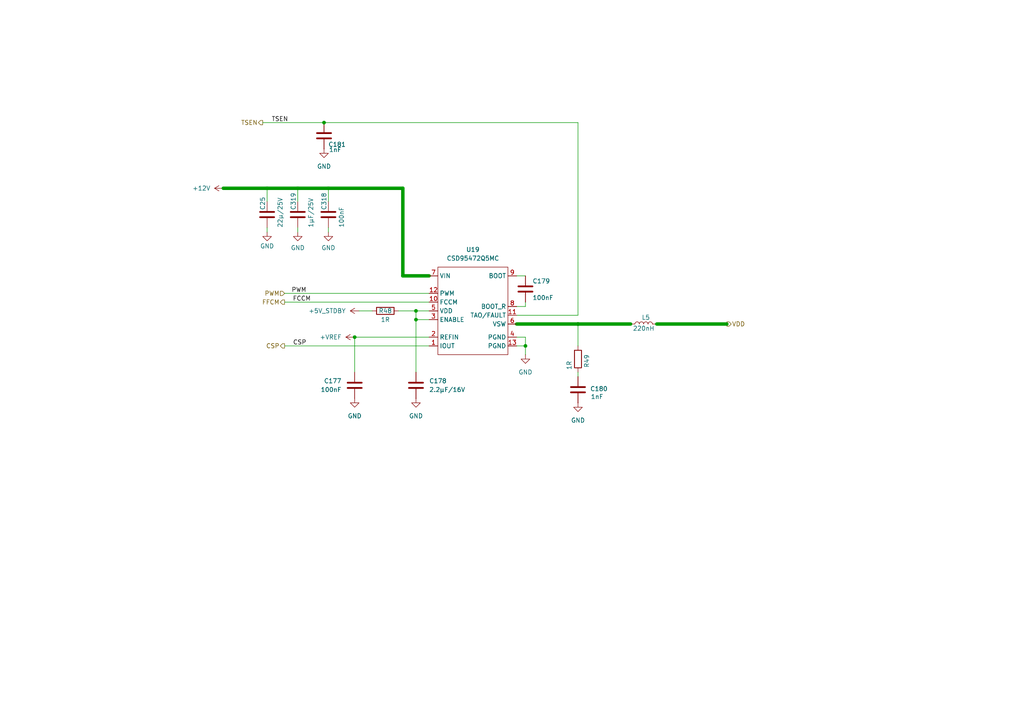
<source format=kicad_sch>
(kicad_sch (version 20231120) (generator "eeschema") (generator_version "8.0")
  (paper "A4")
  (lib_symbols
    (symbol "+12V_1" (power) (pin_numbers hide) (pin_names (offset 0) hide)
      (property "Value" "+12V" (at 0 3.556 0))
      (symbol "+12V_1_0_1"
        (polyline (pts (xy -0.762 1.27) (xy 0 2.54)))
        (polyline (pts (xy 0 0) (xy 0 2.54)))
        (polyline (pts (xy 0 2.54) (xy 0.762 1.27)))
      )
      (symbol "+12V_1_1_1"
        (pin power_in line (at 0 0 90) (length 0) (name "~") (number "1"))
      )
    )
    (symbol "Device:C" (pin_numbers hide) (pin_names (offset 0.254))
      (property "Reference" "C" (at 0.635 2.54 0))
      (property "Value" "C" (at 0.635 -2.54 0))
      (symbol "C_0_1"
        (polyline (pts (xy -2.032 -0.762) (xy 2.032 -0.762)) (stroke (width 0.508)))
        (polyline (pts (xy -2.032 0.762) (xy 2.032 0.762)) (stroke (width 0.508)))
      )
      (symbol "C_1_1"
        (pin passive line (at 0 3.81 270) (length 2.794) (name "~") (number "1"))
        (pin passive line (at 0 -3.81 90) (length 2.794) (name "~") (number "2"))
      )
    )
    (symbol "Device:L" (pin_numbers hide) (pin_names (offset 1.016) hide)
      (property "Reference" "L" (at -1.27 0 90))
      (property "Value" "L" (at 1.905 0 90))
      (symbol "L_0_1"
        (arc (start 0 -2.54) (mid 0.6323 -1.905) (end 0 -1.27))
        (arc (start 0 -1.27) (mid 0.6323 -0.635) (end 0 0))
        (arc (start 0 0) (mid 0.6323 0.635) (end 0 1.27))
        (arc (start 0 1.27) (mid 0.6323 1.905) (end 0 2.54))
      )
      (symbol "L_1_1"
        (pin passive line (at 0 3.81 270) (length 1.27) (name "1") (number "1"))
        (pin passive line (at 0 -3.81 90) (length 1.27) (name "2") (number "2"))
      )
    )
    (symbol "Device:R" (pin_numbers hide) (pin_names (offset 0))
      (property "Reference" "R" (at 2.032 0 90))
      (property "Value" "R" (at 0 0 90))
      (symbol "R_0_1"
        (rectangle (start -1.016 -2.54) (end 1.016 2.54) (stroke (width 0.254)))
      )
      (symbol "R_1_1"
        (pin passive line (at 0 3.81 270) (length 1.27) (name "~") (number "1"))
        (pin passive line (at 0 -3.81 90) (length 1.27) (name "~") (number "2"))
      )
    )
    (symbol "GND_2" (power) (pin_numbers hide) (pin_names (offset 0) hide)
      (property "Value" "GND" (at 0 -3.81 0))
      (symbol "GND_2_0_1"
        (polyline (pts (xy 0 0) (xy 0 -1.27) (xy 1.27 -1.27) (xy 0 -2.54) (xy -1.27 -1.27) (xy 0 -1.27)))
      )
      (symbol "GND_2_1_1"
        (pin power_in line (at 0 0 270) (length 0) (name "~") (number "1"))
      )
    )
    (symbol "mylib7:+VRef" (power) (pin_names (offset 0))
      (property "Value" "+VRef" (at 0 3.556 0))
      (symbol "+VRef_0_1"
        (polyline (pts (xy -0.762 1.27) (xy 0 2.54)))
        (polyline (pts (xy 0 0) (xy 0 2.54)))
        (polyline (pts (xy 0 2.54) (xy 0.762 1.27)))
      )
      (symbol "+VRef_1_1"
        (pin power_in line (at 0 0 90) (length 0) hide (name "+VRef") (number "1"))
      )
    )
    (symbol "mylib7:CSD95472Q5MC"
      (property "Reference" "U" (at -7.366 13.716 0))
      (property "Value" "CSD95472Q5MC" (at -1.524 -13.97 0))
      (symbol "CSD95472Q5MC_0_1"
        (rectangle (start -10.16 12.7) (end 10.16 -12.7))
      )
      (symbol "CSD95472Q5MC_1_1"
        (pin output line (at -12.7 -10.16 0) (length 2.54) (name "IOUT") (number "1"))
        (pin input line (at -12.7 2.54 0) (length 2.54) (name "FCCM") (number "10"))
        (pin passive line (at 12.7 -1.27 180) (length 2.54) (name "TAO/FAULT") (number "11"))
        (pin input line (at -12.7 5.08 0) (length 2.54) (name "PWM") (number "12"))
        (pin passive line (at 12.7 -10.16 180) (length 2.54) (name "PGND") (number "13"))
        (pin input line (at -12.7 -7.62 0) (length 2.54) (name "REFIN") (number "2"))
        (pin input line (at -12.7 -2.54 0) (length 2.54) (name "ENABLE") (number "3"))
        (pin passive line (at 12.7 -7.62 180) (length 2.54) (name "PGND") (number "4"))
        (pin power_in line (at -12.7 0 0) (length 2.54) (name "VDD") (number "5"))
        (pin output line (at 12.7 -3.81 180) (length 2.54) (name "VSW") (number "6"))
        (pin power_in line (at -12.7 10.16 0) (length 2.54) (name "VIN") (number "7"))
        (pin input line (at 12.7 1.27 180) (length 2.54) (name "BOOT_R") (number "8"))
        (pin output line (at 12.7 10.16 180) (length 2.54) (name "BOOT") (number "9"))
      )
    )
    (symbol "power:+3.3V" (power) (pin_names (offset 0))
      (property "Value" "+3.3V" (at 0 3.556 0))
      (symbol "+3.3V_0_1"
        (polyline (pts (xy -0.762 1.27) (xy 0 2.54)))
        (polyline (pts (xy 0 0) (xy 0 2.54)))
        (polyline (pts (xy 0 2.54) (xy 0.762 1.27)))
      )
      (symbol "+3.3V_1_1"
        (pin power_in line (at 0 0 90) (length 0) hide (name "+3.3V") (number "1"))
      )
    )
    (symbol "power:GND" (power) (pin_names (offset 0))
      (property "Value" "GND" (at 0 -3.81 0))
      (symbol "GND_0_1"
        (polyline (pts (xy 0 0) (xy 0 -1.27) (xy 1.27 -1.27) (xy 0 -2.54) (xy -1.27 -1.27) (xy 0 -1.27)))
      )
      (symbol "GND_1_1"
        (pin power_in line (at 0 0 270) (length 0) hide (name "GND") (number "1"))
      )
    )
  )
  (junction (at 152.4 100.33))
  (junction (at 93.98 35.56))
  (junction (at 167.64 93.98))
  (junction (at 95.25 54.61))
  (junction (at 77.47 54.61))
  (junction (at 120.65 92.71))
  (junction (at 102.87 97.79))
  (junction (at 120.65 90.17))
  (junction (at 86.36 54.61))
  (wire (pts (xy 77.47 54.61) (xy 77.47 58.42)))
  (wire (pts (xy 152.4 88.9) (xy 152.4 87.63)))
  (wire (pts (xy 116.84 80.01) (xy 124.46 80.01)) (stroke (width 1)))
  (wire (pts (xy 82.55 87.63) (xy 124.46 87.63)))
  (wire (pts (xy 152.4 102.87) (xy 152.4 100.33)))
  (wire (pts (xy 104.14 90.17) (xy 107.95 90.17)))
  (wire (pts (xy 120.65 107.95) (xy 120.65 92.71)))
  (wire (pts (xy 102.87 97.79) (xy 102.87 107.95)))
  (wire (pts (xy 82.55 100.33) (xy 124.46 100.33)))
  (wire (pts (xy 167.64 93.98) (xy 182.88 93.98)) (stroke (width 1)))
  (wire (pts (xy 95.25 66.04) (xy 95.25 67.31)))
  (wire (pts (xy 115.57 90.17) (xy 120.65 90.17)))
  (wire (pts (xy 76.2 35.56) (xy 93.98 35.56)))
  (wire (pts (xy 86.36 54.61) (xy 95.25 54.61)) (stroke (width 1)))
  (wire (pts (xy 149.86 93.98) (xy 167.64 93.98)) (stroke (width 1)))
  (wire (pts (xy 149.86 91.44) (xy 167.64 91.44)))
  (wire (pts (xy 167.64 91.44) (xy 167.64 35.56)))
  (wire (pts (xy 93.98 35.56) (xy 167.64 35.56)))
  (wire (pts (xy 116.84 54.61) (xy 116.84 80.01)) (stroke (width 1)))
  (wire (pts (xy 95.25 54.61) (xy 116.84 54.61)) (stroke (width 1)))
  (wire (pts (xy 120.65 92.71) (xy 120.65 90.17)))
  (wire (pts (xy 152.4 100.33) (xy 152.4 97.79)))
  (wire (pts (xy 152.4 97.79) (xy 149.86 97.79)))
  (wire (pts (xy 120.65 92.71) (xy 124.46 92.71)))
  (wire (pts (xy 120.65 90.17) (xy 124.46 90.17)))
  (wire (pts (xy 149.86 80.01) (xy 152.4 80.01)))
  (wire (pts (xy 124.46 97.79) (xy 102.87 97.79)))
  (wire (pts (xy 82.55 85.09) (xy 124.46 85.09)))
  (wire (pts (xy 64.77 54.61) (xy 77.47 54.61)) (stroke (width 1)))
  (wire (pts (xy 167.64 107.95) (xy 167.64 109.22)))
  (wire (pts (xy 86.36 66.04) (xy 86.36 67.31)))
  (wire (pts (xy 86.36 54.61) (xy 86.36 58.42)))
  (wire (pts (xy 149.86 100.33) (xy 152.4 100.33)))
  (wire (pts (xy 77.47 67.31) (xy 77.47 66.04)))
  (wire (pts (xy 149.86 88.9) (xy 152.4 88.9)))
  (wire (pts (xy 190.5 93.98) (xy 210.82 93.98)) (stroke (width 1)))
  (wire (pts (xy 77.47 54.61) (xy 86.36 54.61)) (stroke (width 1)))
  (wire (pts (xy 95.25 54.61) (xy 95.25 58.42)))
  (wire (pts (xy 167.64 93.98) (xy 167.64 100.33)))
  (label "FCCM" (at 90.17 87.63 180))
  (label "CSP" (at 88.9 100.33 180))
  (label "TSEN" (at 78.74 35.56 0))
  (label "PWM" (at 88.9 85.09 180))
  (hierarchical_label "CSP" (shape output) (at 82.55 100.33 180))
  (hierarchical_label "FFCM" (shape output) (at 82.55 87.63 180))
  (hierarchical_label "VDD" (shape output) (at 210.82 93.98 0))
  (hierarchical_label "TSEN" (shape output) (at 76.2 35.56 180))
  (hierarchical_label "PWM" (shape input) (at 82.55 85.09 180))
  (symbol (lib_id "Device:C") (at 167.64 113.03 0) (mirror y) (unit 1)
    (property "Reference" "C180" (at 176.276 112.776 0) (effects (justify left)))
    (property "Value" "1nF" (at 175.006 115.062 0) (effects (justify left)))
    (property "Footprint" "Capacitor_SMD:C_0805_2012Metric" (effects (hide yes)))
    (property "Manufacturer" "CC0805KRX7R0BB102" (effects (hide yes)))
    (property "P/N DIGIKEY" "311-1472-1-ND" (effects (hide yes)))
    (property "P/N MOUSER" "603-CC805KRX7R0BB102" (effects (hide yes)))
    (instances (project "EKO_NerdOCTAXE-GammaFork" (path "" (reference "C180") (unit 1)) (path "" (reference "C170") (unit 1)) (path "" (reference "C190") (unit 1)) (path "" (reference "C185") (unit 1)) (path "" (reference "C175") (unit 1)) (path "" (reference "C165") (unit 1))))
  )
  (symbol (lib_id "Device:R") (at 111.76 90.17 90) (mirror x) (unit 1)
    (property "Reference" "R48" (at 111.76 90.17 90))
    (property "Value" "1R" (at 111.76 92.71 90))
    (property "Footprint" "Resistor_SMD:R_0805_2012Metric" (effects (hide yes)))
    (property "Description" "Resistor" (effects (hide yes)))
    (property "Manufacturer" "WR08W1R00FTL" (effects (hide yes)))
    (property "P/N MOUSER" "791-WR08W1R00FTL" (effects (hide yes)))
    (instances (project "EKO_NerdOCTAXE-GammaFork" (path "" (reference "R48") (unit 1)) (path "" (reference "R44") (unit 1)) (path "" (reference "R52") (unit 1)) (path "" (reference "R50") (unit 1)) (path "" (reference "R46") (unit 1)) (path "" (reference "R42") (unit 1))))
  )
  (symbol (lib_id "Device:R") (at 167.64 104.14 180) (unit 1)
    (property "Reference" "R49" (at 170.18 106.68 90) (effects (justify right)))
    (property "Value" "1R" (at 165.1 107.315 90) (effects (justify right)))
    (property "Footprint" "Resistor_SMD:R_0805_2012Metric" (effects (hide yes)))
    (property "Description" "Resistor" (effects (hide yes)))
    (property "Manufacturer" "WR08W1R00FTL" (effects (hide yes)))
    (property "P/N MOUSER" "791-WR08W1R00FTL" (effects (hide yes)))
    (instances (project "EKO_NerdOCTAXE-GammaFork" (path "" (reference "R49") (unit 1)) (path "" (reference "R45") (unit 1)) (path "" (reference "R53") (unit 1)) (path "" (reference "R51") (unit 1)) (path "" (reference "R47") (unit 1)) (path "" (reference "R43") (unit 1))))
  )
  (symbol (lib_id "Device:C") (at 86.36 62.23 0) (unit 1)
    (property "Reference" "C319" (at 85.09 60.96 90) (effects (justify left)))
    (property "Value" "1µF/25V" (at 90.17 66.04 90) (effects (justify left)))
    (property "Footprint" "Capacitor_SMD:C_0805_2012Metric" (effects (hide yes)))
    (property "Manufacturer" "CL21B105KAFNNNE" (effects (hide yes)))
    (property "P/N MOUSER" "187-CL21B105KAFNNNE" (effects (hide yes)))
    (instances (project "EKO_NerdOCTAXE-GammaFork" (path "" (reference "C319") (unit 1)) (path "" (reference "C315") (unit 1)) (path "" (reference "C323") (unit 1)) (path "" (reference "C321") (unit 1)) (path "" (reference "C317") (unit 1)) (path "" (reference "C4") (unit 1))))
  )
  (symbol (lib_name "+12V_1") (lib_id "power:+12V") (at 64.77 54.61 90) (unit 1)
    (property "Reference" "#PWR0294" (effects (hide yes)))
    (property "Value" "+12V" (at 58.42 54.61 90))
    (property "Description" "Power symbol creates a global label with name \"+12V\"" (effects (hide yes)))
    (instances (project "EKO_NerdOCTAXE-GammaFork" (path "" (reference "#PWR0294") (unit 1)) (path "" (reference "#PWR0278") (unit 1)) (path "" (reference "#PWR0310") (unit 1)) (path "" (reference "#PWR0302") (unit 1)) (path "" (reference "#PWR0286") (unit 1)) (path "" (reference "#PWR0270") (unit 1))))
  )
  (symbol (lib_id "power:GND") (at 95.25 67.31 0) (unit 1)
    (property "Reference" "#PWR0496" (effects (hide yes)))
    (property "Value" "GND" (at 95.25 71.882 0))
    (instances (project "EKO_NerdOCTAXE-GammaFork" (path "" (reference "#PWR0496") (unit 1)) (path "" (reference "#PWR0488") (unit 1)) (path "" (reference "#PWR0504") (unit 1)) (path "" (reference "#PWR0500") (unit 1)) (path "" (reference "#PWR0492") (unit 1)) (path "" (reference "#PWR09") (unit 1))))
  )
  (symbol (lib_id "mylib7:+VRef") (at 102.87 97.79 90) (unit 1)
    (property "Reference" "#PWR0291" (effects (hide yes)))
    (property "Value" "+VREF" (at 92.71 97.79 90) (effects (justify right)))
    (property "Description" "Power symbol creates a global label with name \"+3.3V\"" (effects (hide yes)))
    (instances (project "EKO_NerdOCTAXE-GammaFork" (path "" (reference "#PWR0291") (unit 1)) (path "" (reference "#PWR0275") (unit 1)) (path "" (reference "#PWR0307") (unit 1)) (path "" (reference "#PWR0299") (unit 1)) (path "" (reference "#PWR0283") (unit 1)) (path "" (reference "#REF0101") (unit 1))))
  )
  (symbol (lib_id "Device:C") (at 93.98 39.37 0) (mirror y) (unit 1)
    (property "Reference" "C181" (at 100.33 41.91 0) (effects (justify left)))
    (property "Value" "1nF" (at 99.06 43.434 0) (effects (justify left)))
    (property "Footprint" "Capacitor_SMD:C_0805_2012Metric" (effects (hide yes)))
    (property "Manufacturer" "CC0805KRX7R0BB102" (effects (hide yes)))
    (property "P/N DIGIKEY" "311-1472-1-ND" (effects (hide yes)))
    (property "P/N MOUSER" "603-CC805KRX7R0BB102" (effects (hide yes)))
    (instances (project "EKO_NerdOCTAXE-GammaFork" (path "" (reference "C181") (unit 1)) (path "" (reference "C171") (unit 1)) (path "" (reference "C191") (unit 1)) (path "" (reference "C186") (unit 1)) (path "" (reference "C176") (unit 1)) (path "" (reference "C166") (unit 1))))
  )
  (symbol (lib_id "power:GND") (at 86.36 67.31 0) (unit 1)
    (property "Reference" "#PWR0498" (effects (hide yes)))
    (property "Value" "GND" (at 86.36 71.882 0))
    (instances (project "EKO_NerdOCTAXE-GammaFork" (path "" (reference "#PWR0498") (unit 1)) (path "" (reference "#PWR0490") (unit 1)) (path "" (reference "#PWR0506") (unit 1)) (path "" (reference "#PWR0502") (unit 1)) (path "" (reference "#PWR0494") (unit 1)) (path "" (reference "#PWR013") (unit 1))))
  )
  (symbol (lib_name "GND_2") (lib_id "power:GND") (at 93.98 43.18 0) (unit 1)
    (property "Reference" "#PWR0297" (effects (hide yes)))
    (property "Value" "GND" (at 93.98 48.26 0))
    (property "Description" "Power symbol creates a global label with name \"GND\" , ground" (effects (hide yes)))
    (instances (project "EKO_NerdOCTAXE-GammaFork" (path "" (reference "#PWR0297") (unit 1)) (path "" (reference "#PWR0281") (unit 1)) (path "" (reference "#PWR0313") (unit 1)) (path "" (reference "#PWR0305") (unit 1)) (path "" (reference "#PWR0289") (unit 1)) (path "" (reference "#PWR0273") (unit 1))))
  )
  (symbol (lib_name "GND_2") (lib_id "power:GND") (at 120.65 115.57 0) (unit 1)
    (property "Reference" "#PWR0293" (effects (hide yes)))
    (property "Value" "GND" (at 120.65 120.65 0))
    (property "Description" "Power symbol creates a global label with name \"GND\" , ground" (effects (hide yes)))
    (instances (project "EKO_NerdOCTAXE-GammaFork" (path "" (reference "#PWR0293") (unit 1)) (path "" (reference "#PWR0277") (unit 1)) (path "" (reference "#PWR0309") (unit 1)) (path "" (reference "#PWR0301") (unit 1)) (path "" (reference "#PWR0285") (unit 1)) (path "" (reference "#PWR0269") (unit 1))))
  )
  (symbol (lib_name "GND_2") (lib_id "power:GND") (at 152.4 102.87 0) (unit 1)
    (property "Reference" "#PWR0295" (effects (hide yes)))
    (property "Value" "GND" (at 152.4 107.95 0))
    (property "Description" "Power symbol creates a global label with name \"GND\" , ground" (effects (hide yes)))
    (instances (project "EKO_NerdOCTAXE-GammaFork" (path "" (reference "#PWR0295") (unit 1)) (path "" (reference "#PWR0279") (unit 1)) (path "" (reference "#PWR0311") (unit 1)) (path "" (reference "#PWR0303") (unit 1)) (path "" (reference "#PWR0287") (unit 1)) (path "" (reference "#PWR0271") (unit 1))))
  )
  (symbol (lib_id "Device:C") (at 120.65 111.76 0) (unit 1)
    (property "Reference" "C178" (at 124.46 110.4899 0) (effects (justify left)))
    (property "Value" "2.2µF/16V" (at 124.46 113.0299 0) (effects (justify left)))
    (property "Footprint" "Capacitor_SMD:C_0805_2012Metric" (effects (hide yes)))
    (property "Description" "Unpolarized capacitor" (effects (hide yes)))
    (property "Manufacturer" "CL21A225KOFNNNE" (effects (hide yes)))
    (property "P/N MOUSER" "187-CL21A225KOFNNNE" (effects (hide yes)))
    (instances (project "EKO_NerdOCTAXE-GammaFork" (path "" (reference "C178") (unit 1)) (path "" (reference "C168") (unit 1)) (path "" (reference "C188") (unit 1)) (path "" (reference "C183") (unit 1)) (path "" (reference "C173") (unit 1)) (path "" (reference "C163") (unit 1))))
  )
  (symbol (lib_id "mylib7:CSD95472Q5MC") (at 137.16 90.17 0) (unit 1)
    (property "Reference" "U19" (at 137.16 72.39 0))
    (property "Value" "CSD95472Q5MC" (at 137.16 74.93 0))
    (property "Footprint" "EKO_Miner_ASIClib:CSD95472Q5MC" (effects (hide yes)))
    (property "Manufacturer" "CSD95472Q5MC" (effects (hide yes)))
    (property "P/N DIGIKEY" "296-43950-1-ND" (effects (hide yes)))
    (property "P/N MOUSER" "595-CSD95472Q5MC" (effects (hide yes)))
    (instances (project "EKO_NerdOCTAXE-GammaFork" (path "" (reference "U19") (unit 1)) (path "" (reference "U17") (unit 1)) (path "" (reference "U21") (unit 1)) (path "" (reference "U20") (unit 1)) (path "" (reference "U18") (unit 1)) (path "" (reference "U16") (unit 1))))
  )
  (symbol (lib_id "power:+3.3V") (at 104.14 90.17 90) (unit 1)
    (property "Reference" "#PWR041" (effects (hide yes)))
    (property "Value" "+5V_STDBY" (at 100.33 90.1699 90) (effects (justify left)))
    (instances (project "EKO_NerdOCTAXE-GammaFork" (path "" (reference "#PWR041") (unit 1)) (path "" (reference "#PWR034") (unit 1)) (path "" (reference "#PWR045") (unit 1)) (path "" (reference "#PWR042") (unit 1)) (path "" (reference "#PWR038") (unit 1)) (path "" (reference "#PWR033") (unit 1))))
  )
  (symbol (lib_name "GND_2") (lib_id "power:GND") (at 102.87 115.57 0) (unit 1)
    (property "Reference" "#PWR0292" (effects (hide yes)))
    (property "Value" "GND" (at 102.87 120.65 0))
    (property "Description" "Power symbol creates a global label with name \"GND\" , ground" (effects (hide yes)))
    (instances (project "EKO_NerdOCTAXE-GammaFork" (path "" (reference "#PWR0292") (unit 1)) (path "" (reference "#PWR0276") (unit 1)) (path "" (reference "#PWR0308") (unit 1)) (path "" (reference "#PWR0300") (unit 1)) (path "" (reference "#PWR0284") (unit 1)) (path "" (reference "#PWR0268") (unit 1))))
  )
  (symbol (lib_id "Device:C") (at 77.47 62.23 0) (unit 1)
    (property "Reference" "C25" (at 76.2 60.96 90) (effects (justify left)))
    (property "Value" "22µ/25V" (at 81.28 66.04 90) (effects (justify left)))
    (property "Footprint" "Capacitor_SMD:C_1210_3225Metric" (effects (hide yes)))
    (property "Manufacturer" "CL32A226KAJNNNE" (effects (hide yes)))
    (property "P/N MOUSER" "187-CL32A226KAJNNNE" (effects (hide yes)))
    (instances (project "EKO_NerdOCTAXE-GammaFork" (path "" (reference "C25") (unit 1)) (path "" (reference "C22") (unit 1)) (path "" (reference "C27") (unit 1)) (path "" (reference "C26") (unit 1)) (path "" (reference "C24") (unit 1)) (path "" (reference "C20") (unit 1))))
  )
  (symbol (lib_id "Device:C") (at 152.4 83.82 0) (unit 1)
    (property "Reference" "C179" (at 154.432 81.534 0) (effects (justify left)))
    (property "Value" "100nF" (at 154.432 86.36 0) (effects (justify left)))
    (property "Footprint" "Capacitor_SMD:C_0805_2012Metric" (effects (hide yes)))
    (property "Manufacturer" "0805B104M101CT" (effects (hide yes)))
    (property "P/N DIGIKEY" "311-3037-1-ND" (effects (hide yes)))
    (property "P/N MOUSER" "791-0805B104M101CT" (effects (hide yes)))
    (instances (project "EKO_NerdOCTAXE-GammaFork" (path "" (reference "C179") (unit 1)) (path "" (reference "C169") (unit 1)) (path "" (reference "C189") (unit 1)) (path "" (reference "C184") (unit 1)) (path "" (reference "C174") (unit 1)) (path "" (reference "C164") (unit 1))))
  )
  (symbol (lib_id "Device:L") (at 186.69 93.98 90) (unit 1)
    (property "Reference" "L5" (at 187.325 92.075 90))
    (property "Value" "220nH" (at 186.69 95.25 90))
    (property "Footprint" "EKO_Miner_ASIClib:INDM1031X765N" (effects (hide yes)))
    (property "Manufacturer" "FP1008R5-R220-R" (effects (hide yes)))
    (property "P/N DIGIKEY" "283-FP1008R5-R220-RCT-ND" (effects (hide yes)))
    (property "P/N MOUSER" "504-FP1008R5-R220-R" (effects (hide yes)))
    (instances (project "EKO_NerdOCTAXE-GammaFork" (path "" (reference "L5") (unit 1)) (path "" (reference "L3") (unit 1)) (path "" (reference "L7") (unit 1)) (path "" (reference "L6") (unit 1)) (path "" (reference "L4") (unit 1)) (path "" (reference "L2") (unit 1))))
  )
  (symbol (lib_id "Device:C") (at 102.87 111.76 0) (mirror y) (unit 1)
    (property "Reference" "C177" (at 99.06 110.4899 0) (effects (justify left)))
    (property "Value" "100nF" (at 99.06 113.0299 0) (effects (justify left)))
    (property "Footprint" "Capacitor_SMD:C_0805_2012Metric" (effects (hide yes)))
    (property "Description" "Unpolarized capacitor" (effects (hide yes)))
    (property "Manufacturer" "0805B104M101CT" (effects (hide yes)))
    (property "P/N DIGIKEY" "311-3037-1-ND" (effects (hide yes)))
    (property "P/N MOUSER" "791-0805B104M101CT" (effects (hide yes)))
    (instances (project "EKO_NerdOCTAXE-GammaFork" (path "" (reference "C177") (unit 1)) (path "" (reference "C167") (unit 1)) (path "" (reference "C187") (unit 1)) (path "" (reference "C182") (unit 1)) (path "" (reference "C172") (unit 1)) (path "" (reference "C162") (unit 1))))
  )
  (symbol (lib_name "GND_2") (lib_id "power:GND") (at 167.64 116.84 0) (unit 1)
    (property "Reference" "#PWR0296" (effects (hide yes)))
    (property "Value" "GND" (at 167.64 121.92 0))
    (property "Description" "Power symbol creates a global label with name \"GND\" , ground" (effects (hide yes)))
    (instances (project "EKO_NerdOCTAXE-GammaFork" (path "" (reference "#PWR0296") (unit 1)) (path "" (reference "#PWR0280") (unit 1)) (path "" (reference "#PWR0312") (unit 1)) (path "" (reference "#PWR0304") (unit 1)) (path "" (reference "#PWR0288") (unit 1)) (path "" (reference "#PWR0272") (unit 1))))
  )
  (symbol (lib_id "power:GND") (at 77.47 67.31 0) (unit 1)
    (property "Reference" "#PWR082" (effects (hide yes)))
    (property "Value" "GND" (at 77.47 71.374 0))
    (property "Description" "Power symbol creates a global label with name \"GND\" , ground" (effects (hide yes)))
    (instances (project "EKO_NerdOCTAXE-GammaFork" (path "" (reference "#PWR082") (unit 1)) (path "" (reference "#PWR076") (unit 1)) (path "" (reference "#PWR093") (unit 1)) (path "" (reference "#PWR087") (unit 1)) (path "" (reference "#PWR081") (unit 1)) (path "" (reference "#PWR073") (unit 1))))
  )
  (symbol (lib_id "Device:C") (at 95.25 62.23 0) (unit 1)
    (property "Reference" "C318" (at 93.98 60.96 90) (effects (justify left)))
    (property "Value" "100nF" (at 99.06 66.04 90) (effects (justify left)))
    (property "Footprint" "Capacitor_SMD:C_0805_2012Metric" (effects (hide yes)))
    (property "Manufacturer" "0805B104M101CT" (effects (hide yes)))
    (property "P/N DIGIKEY" "311-3037-1-ND" (effects (hide yes)))
    (property "P/N MOUSER" "791-0805B104M101CT" (effects (hide yes)))
    (instances (project "EKO_NerdOCTAXE-GammaFork" (path "" (reference "C318") (unit 1)) (path "" (reference "C314") (unit 1)) (path "" (reference "C322") (unit 1)) (path "" (reference "C320") (unit 1)) (path "" (reference "C316") (unit 1)) (path "" (reference "C2") (unit 1))))
  )
)
</source>
